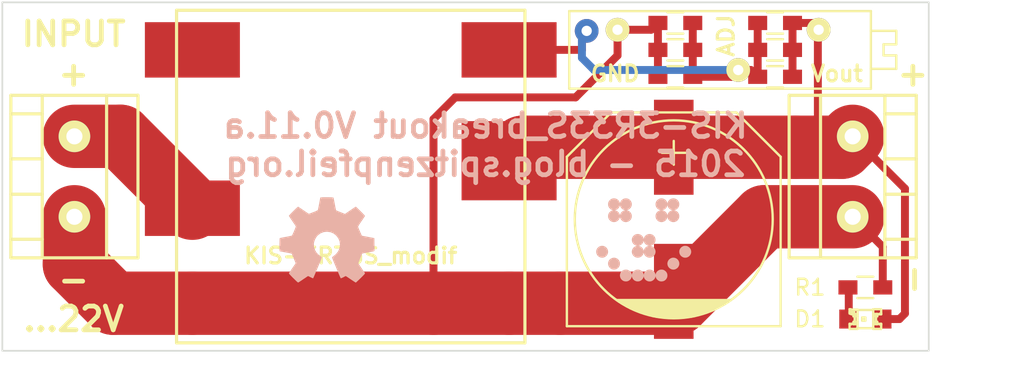
<source format=kicad_pcb>
(kicad_pcb (version 4) (host pcbnew "(2015-04-23 BZR 5622)-product")

  (general
    (links 25)
    (no_connects 0)
    (area 126.607142 87.275 196.5 115.200001)
    (thickness 1.6)
    (drawings 16)
    (tracks 58)
    (zones 0)
    (modules 15)
    (nets 6)
  )

  (page A4)
  (title_block
    (title KIS-3R33S_breakout)
    (date "Sun 03 May 2015")
    (rev 0.11.a)
    (company "2015 - blog.spitzenpfeil.org")
  )

  (layers
    (0 F.Cu signal)
    (31 B.Cu signal)
    (32 B.Adhes user)
    (33 F.Adhes user)
    (34 B.Paste user)
    (35 F.Paste user)
    (36 B.SilkS user)
    (37 F.SilkS user)
    (38 B.Mask user)
    (39 F.Mask user)
    (40 Dwgs.User user)
    (41 Cmts.User user)
    (42 Eco1.User user)
    (43 Eco2.User user)
    (44 Edge.Cuts user)
    (45 Margin user)
    (46 B.CrtYd user)
    (47 F.CrtYd user)
    (48 B.Fab user)
    (49 F.Fab user)
  )

  (setup
    (last_trace_width 0.5)
    (user_trace_width 0.5)
    (trace_clearance 0.2)
    (zone_clearance 0.508)
    (zone_45_only no)
    (trace_min 0.2)
    (segment_width 0.2)
    (edge_width 0.1)
    (via_size 1.5)
    (via_drill 0.65)
    (via_min_size 0.4)
    (via_min_drill 0.3)
    (uvia_size 0.3)
    (uvia_drill 0.1)
    (uvias_allowed no)
    (uvia_min_size 0.2)
    (uvia_min_drill 0.1)
    (pcb_text_width 0.3)
    (pcb_text_size 1.5 1.5)
    (mod_edge_width 0.15)
    (mod_text_size 1 1)
    (mod_text_width 0.15)
    (pad_size 2 2)
    (pad_drill 1.016)
    (pad_to_mask_clearance 0)
    (aux_axis_origin 0 0)
    (visible_elements FFFFF77F)
    (pcbplotparams
      (layerselection 0x010f0_80000001)
      (usegerberextensions true)
      (usegerberattributes true)
      (excludeedgelayer true)
      (linewidth 0.100000)
      (plotframeref false)
      (viasonmask false)
      (mode 1)
      (useauxorigin false)
      (hpglpennumber 1)
      (hpglpenspeed 20)
      (hpglpendiameter 15)
      (hpglpenoverlay 2)
      (psnegative false)
      (psa4output false)
      (plotreference true)
      (plotvalue true)
      (plotinvisibletext false)
      (padsonsilk false)
      (subtractmaskfromsilk true)
      (outputformat 1)
      (mirror false)
      (drillshape 0)
      (scaleselection 1)
      (outputdirectory gerber_files/))
  )

  (net 0 "")
  (net 1 /Vout)
  (net 2 "Net-(D1-Pad1)")
  (net 3 /Vin)
  (net 4 GND)
  (net 5 /ADJ)

  (net_class Default "This is the default net class."
    (clearance 0.2)
    (trace_width 0.5)
    (via_dia 1.5)
    (via_drill 0.65)
    (uvia_dia 0.3)
    (uvia_drill 0.1)
    (add_net /ADJ)
    (add_net "Net-(D1-Pad1)")
  )

  (net_class power ""
    (clearance 0.2)
    (trace_width 4)
    (via_dia 1.5)
    (via_drill 0.65)
    (uvia_dia 0.3)
    (uvia_drill 0.1)
    (add_net /Vin)
    (add_net /Vout)
    (add_net GND)
  )

  (module Resistors_SMD:R_0603_HandSoldering (layer F.Cu) (tedit 5545EBCC) (tstamp 5546262B)
    (at 176.8 93.7 180)
    (descr "Resistor SMD 0603, hand soldering")
    (tags "resistor 0603")
    (path /5545EB02)
    (attr smd)
    (fp_text reference R6 (at 0 -1.9 180) (layer F.SilkS) hide
      (effects (font (size 1 1) (thickness 0.15)))
    )
    (fp_text value R (at 0 1.9 180) (layer F.SilkS) hide
      (effects (font (size 1 1) (thickness 0.15)))
    )
    (fp_line (start -2 -0.8) (end 2 -0.8) (layer F.CrtYd) (width 0.05))
    (fp_line (start -2 0.8) (end 2 0.8) (layer F.CrtYd) (width 0.05))
    (fp_line (start -2 -0.8) (end -2 0.8) (layer F.CrtYd) (width 0.05))
    (fp_line (start 2 -0.8) (end 2 0.8) (layer F.CrtYd) (width 0.05))
    (fp_line (start 0.5 0.675) (end -0.5 0.675) (layer F.SilkS) (width 0.15))
    (fp_line (start -0.5 -0.675) (end 0.5 -0.675) (layer F.SilkS) (width 0.15))
    (pad 1 smd rect (at -1.1 0 180) (size 1.2 0.9) (layers F.Cu F.Paste F.Mask)
      (net 1 /Vout))
    (pad 2 smd rect (at 1.1 0 180) (size 1.2 0.9) (layers F.Cu F.Paste F.Mask)
      (net 5 /ADJ))
    (model Resistors_SMD.3dshapes/R_0603_HandSoldering.wrl
      (at (xyz 0 0 0))
      (scale (xyz 1 1 1))
      (rotate (xyz 0 0 0))
    )
  )

  (module Resistors_SMD:R_0603_HandSoldering (layer F.Cu) (tedit 5545EBC4) (tstamp 55462620)
    (at 176.8 92 180)
    (descr "Resistor SMD 0603, hand soldering")
    (tags "resistor 0603")
    (path /5545EADA)
    (attr smd)
    (fp_text reference R4 (at 0 -1.9 180) (layer F.SilkS) hide
      (effects (font (size 1 1) (thickness 0.15)))
    )
    (fp_text value R (at 0 1.9 180) (layer F.SilkS) hide
      (effects (font (size 1 1) (thickness 0.15)))
    )
    (fp_line (start -2 -0.8) (end 2 -0.8) (layer F.CrtYd) (width 0.05))
    (fp_line (start -2 0.8) (end 2 0.8) (layer F.CrtYd) (width 0.05))
    (fp_line (start -2 -0.8) (end -2 0.8) (layer F.CrtYd) (width 0.05))
    (fp_line (start 2 -0.8) (end 2 0.8) (layer F.CrtYd) (width 0.05))
    (fp_line (start 0.5 0.675) (end -0.5 0.675) (layer F.SilkS) (width 0.15))
    (fp_line (start -0.5 -0.675) (end 0.5 -0.675) (layer F.SilkS) (width 0.15))
    (pad 1 smd rect (at -1.1 0 180) (size 1.2 0.9) (layers F.Cu F.Paste F.Mask)
      (net 1 /Vout))
    (pad 2 smd rect (at 1.1 0 180) (size 1.2 0.9) (layers F.Cu F.Paste F.Mask)
      (net 5 /ADJ))
    (model Resistors_SMD.3dshapes/R_0603_HandSoldering.wrl
      (at (xyz 0 0 0))
      (scale (xyz 1 1 1))
      (rotate (xyz 0 0 0))
    )
  )

  (module Resistors_SMD:R_0603_HandSoldering (layer F.Cu) (tedit 5545EBBD) (tstamp 55462615)
    (at 176.8 90.3 180)
    (descr "Resistor SMD 0603, hand soldering")
    (tags "resistor 0603")
    (path /5545EA77)
    (attr smd)
    (fp_text reference R2 (at 0 -1.9 180) (layer F.SilkS) hide
      (effects (font (size 1 1) (thickness 0.15)))
    )
    (fp_text value R (at 0 1.9 180) (layer F.SilkS) hide
      (effects (font (size 1 1) (thickness 0.15)))
    )
    (fp_line (start -2 -0.8) (end 2 -0.8) (layer F.CrtYd) (width 0.05))
    (fp_line (start -2 0.8) (end 2 0.8) (layer F.CrtYd) (width 0.05))
    (fp_line (start -2 -0.8) (end -2 0.8) (layer F.CrtYd) (width 0.05))
    (fp_line (start 2 -0.8) (end 2 0.8) (layer F.CrtYd) (width 0.05))
    (fp_line (start 0.5 0.675) (end -0.5 0.675) (layer F.SilkS) (width 0.15))
    (fp_line (start -0.5 -0.675) (end 0.5 -0.675) (layer F.SilkS) (width 0.15))
    (pad 1 smd rect (at -1.1 0 180) (size 1.2 0.9) (layers F.Cu F.Paste F.Mask)
      (net 1 /Vout))
    (pad 2 smd rect (at 1.1 0 180) (size 1.2 0.9) (layers F.Cu F.Paste F.Mask)
      (net 5 /ADJ))
    (model Resistors_SMD.3dshapes/R_0603_HandSoldering.wrl
      (at (xyz 0 0 0))
      (scale (xyz 1 1 1))
      (rotate (xyz 0 0 0))
    )
  )

  (module Resistors_SMD:R_0603_HandSoldering (layer F.Cu) (tedit 5545EBB6) (tstamp 5546260A)
    (at 170.5 93.7 180)
    (descr "Resistor SMD 0603, hand soldering")
    (tags "resistor 0603")
    (path /5545EB90)
    (attr smd)
    (fp_text reference R7 (at 0 -1.9 180) (layer F.SilkS) hide
      (effects (font (size 1 1) (thickness 0.15)))
    )
    (fp_text value R (at 0 1.9 180) (layer F.SilkS) hide
      (effects (font (size 1 1) (thickness 0.15)))
    )
    (fp_line (start -2 -0.8) (end 2 -0.8) (layer F.CrtYd) (width 0.05))
    (fp_line (start -2 0.8) (end 2 0.8) (layer F.CrtYd) (width 0.05))
    (fp_line (start -2 -0.8) (end -2 0.8) (layer F.CrtYd) (width 0.05))
    (fp_line (start 2 -0.8) (end 2 0.8) (layer F.CrtYd) (width 0.05))
    (fp_line (start 0.5 0.675) (end -0.5 0.675) (layer F.SilkS) (width 0.15))
    (fp_line (start -0.5 -0.675) (end 0.5 -0.675) (layer F.SilkS) (width 0.15))
    (pad 1 smd rect (at -1.1 0 180) (size 1.2 0.9) (layers F.Cu F.Paste F.Mask)
      (net 5 /ADJ))
    (pad 2 smd rect (at 1.1 0 180) (size 1.2 0.9) (layers F.Cu F.Paste F.Mask)
      (net 4 GND))
    (model Resistors_SMD.3dshapes/R_0603_HandSoldering.wrl
      (at (xyz 0 0 0))
      (scale (xyz 1 1 1))
      (rotate (xyz 0 0 0))
    )
  )

  (module Resistors_SMD:R_0603_HandSoldering (layer F.Cu) (tedit 5545EBAE) (tstamp 554625F4)
    (at 170.5 92 180)
    (descr "Resistor SMD 0603, hand soldering")
    (tags "resistor 0603")
    (path /5545EB5D)
    (attr smd)
    (fp_text reference R5 (at 0 -1.9 180) (layer F.SilkS) hide
      (effects (font (size 1 1) (thickness 0.15)))
    )
    (fp_text value R (at 0 1.9 180) (layer F.SilkS) hide
      (effects (font (size 1 1) (thickness 0.15)))
    )
    (fp_line (start -2 -0.8) (end 2 -0.8) (layer F.CrtYd) (width 0.05))
    (fp_line (start -2 0.8) (end 2 0.8) (layer F.CrtYd) (width 0.05))
    (fp_line (start -2 -0.8) (end -2 0.8) (layer F.CrtYd) (width 0.05))
    (fp_line (start 2 -0.8) (end 2 0.8) (layer F.CrtYd) (width 0.05))
    (fp_line (start 0.5 0.675) (end -0.5 0.675) (layer F.SilkS) (width 0.15))
    (fp_line (start -0.5 -0.675) (end 0.5 -0.675) (layer F.SilkS) (width 0.15))
    (pad 1 smd rect (at -1.1 0 180) (size 1.2 0.9) (layers F.Cu F.Paste F.Mask)
      (net 5 /ADJ))
    (pad 2 smd rect (at 1.1 0 180) (size 1.2 0.9) (layers F.Cu F.Paste F.Mask)
      (net 4 GND))
    (model Resistors_SMD.3dshapes/R_0603_HandSoldering.wrl
      (at (xyz 0 0 0))
      (scale (xyz 1 1 1))
      (rotate (xyz 0 0 0))
    )
  )

  (module my_parts:MADW__SCREW_TERMINAL_2pin (layer F.Cu) (tedit 554550D3) (tstamp 554518F6)
    (at 181.7 100)
    (path /554518EC)
    (fp_text reference P2 (at 0.01 -6.23) (layer F.SilkS) hide
      (effects (font (size 1 1) (thickness 0.2)))
    )
    (fp_text value "Screw terminal" (at 0 6.71) (layer F.SilkS) hide
      (effects (font (size 1 1) (thickness 0.2)))
    )
    (fp_line (start 2.032 3.9624) (end 4.0132 3.9624) (layer F.SilkS) (width 0.2))
    (fp_line (start 2.032 1.1176) (end 4.0132 1.1176) (layer F.SilkS) (width 0.2))
    (fp_line (start 2.032 -1.1176) (end 4.0132 -1.1176) (layer F.SilkS) (width 0.2))
    (fp_line (start 2.032 -3.9624) (end 4.0132 -3.9624) (layer F.SilkS) (width 0.2))
    (fp_line (start 2.032 5.1308) (end 2.032 -5.1308) (layer F.SilkS) (width 0.2))
    (fp_line (start -2.032 -5.1308) (end -2.032 5.1308) (layer F.SilkS) (width 0.2))
    (fp_line (start 4.0132 5.1308) (end -4.0132 5.1308) (layer F.SilkS) (width 0.2))
    (fp_line (start -4.0132 5.1308) (end -4.0132 -5.1308) (layer F.SilkS) (width 0.2))
    (fp_line (start -4.0132 -5.1308) (end 4.0132 -5.1308) (layer F.SilkS) (width 0.2))
    (fp_line (start 4.0132 -5.1308) (end 4.0132 5.1308) (layer F.SilkS) (width 0.2))
    (pad 1 thru_hole circle (at 0 -2.54) (size 2 2) (drill 1.016) (layers *.Cu *.Mask F.SilkS)
      (net 1 /Vout))
    (pad 2 thru_hole circle (at 0 2.54) (size 2 2) (drill 1.016) (layers *.Cu *.Mask F.SilkS)
      (net 4 GND))
  )

  (module my_parts:MADW__SCREW_TERMINAL_2pin (layer F.Cu) (tedit 554550C2) (tstamp 554518F0)
    (at 132.55 100 180)
    (path /55451713)
    (fp_text reference P1 (at 0.01 -6.23 180) (layer F.SilkS) hide
      (effects (font (size 1 1) (thickness 0.2)))
    )
    (fp_text value "Screw terminal" (at 0 6.71 180) (layer F.SilkS) hide
      (effects (font (size 1 1) (thickness 0.2)))
    )
    (fp_line (start 2.032 3.9624) (end 4.0132 3.9624) (layer F.SilkS) (width 0.2))
    (fp_line (start 2.032 1.1176) (end 4.0132 1.1176) (layer F.SilkS) (width 0.2))
    (fp_line (start 2.032 -1.1176) (end 4.0132 -1.1176) (layer F.SilkS) (width 0.2))
    (fp_line (start 2.032 -3.9624) (end 4.0132 -3.9624) (layer F.SilkS) (width 0.2))
    (fp_line (start 2.032 5.1308) (end 2.032 -5.1308) (layer F.SilkS) (width 0.2))
    (fp_line (start -2.032 -5.1308) (end -2.032 5.1308) (layer F.SilkS) (width 0.2))
    (fp_line (start 4.0132 5.1308) (end -4.0132 5.1308) (layer F.SilkS) (width 0.2))
    (fp_line (start -4.0132 5.1308) (end -4.0132 -5.1308) (layer F.SilkS) (width 0.2))
    (fp_line (start -4.0132 -5.1308) (end 4.0132 -5.1308) (layer F.SilkS) (width 0.2))
    (fp_line (start 4.0132 -5.1308) (end 4.0132 5.1308) (layer F.SilkS) (width 0.2))
    (pad 1 thru_hole circle (at 0 -2.54 180) (size 2 2) (drill 1.016) (layers *.Cu *.Mask F.SilkS)
      (net 4 GND))
    (pad 2 thru_hole circle (at 0 2.54 180) (size 2 2) (drill 1.016) (layers *.Cu *.Mask F.SilkS)
      (net 3 /Vin))
  )

  (module DC-DC-modules:KIS-3R33S (layer F.Cu) (tedit 55454C54) (tstamp 5544F25B)
    (at 150 100)
    (descr ./Docs/KIS-3R33S.pdf)
    (tags "DC-DC, buck, KIS-3R33S")
    (path /5544F1EE)
    (fp_text reference U1 (at 0.05 11.6) (layer F.SilkS) hide
      (effects (font (size 1 1) (thickness 0.2)))
    )
    (fp_text value KIS-3R33S_modif (at 0 5 180) (layer F.SilkS)
      (effects (font (size 1 1) (thickness 0.2)))
    )
    (fp_line (start -11 10.5) (end -11 -10.5) (layer F.SilkS) (width 0.2))
    (fp_line (start 11 10.5) (end -11 10.5) (layer F.SilkS) (width 0.2))
    (fp_line (start 11 -10.5) (end 11 10.5) (layer F.SilkS) (width 0.2))
    (fp_line (start -11 -10.5) (end 11 -10.5) (layer F.SilkS) (width 0.2))
    (fp_line (start -11.25 10.75) (end -11.25 -10.75) (layer F.CrtYd) (width 0.05))
    (fp_line (start 11.25 10.75) (end -11.25 10.75) (layer F.CrtYd) (width 0.05))
    (fp_line (start 11.25 -10.75) (end 11.25 10.75) (layer F.CrtYd) (width 0.05))
    (fp_line (start -11.25 -10.75) (end 11.25 -10.75) (layer F.CrtYd) (width 0.05))
    (pad 1 smd rect (at -10 -8) (size 6 3.5) (layers F.Cu F.Paste F.Mask))
    (pad 2 smd rect (at -10 2) (size 6 3.5) (layers F.Cu F.Paste F.Mask)
      (net 3 /Vin))
    (pad 3 smd rect (at -10 8) (size 6 3.5) (layers F.Cu F.Paste F.Mask)
      (net 4 GND))
    (pad 4 smd rect (at 10 8) (size 6 3.5) (layers F.Cu F.Paste F.Mask)
      (net 4 GND))
    (pad 5 smd rect (at 10 -1) (size 6 5) (layers F.Cu F.Paste F.Mask)
      (net 1 /Vout))
    (pad 6 smd rect (at 10 -8) (size 6 3.5) (layers F.Cu F.Paste F.Mask)
      (net 5 /ADJ))
  )

  (module LEDs:LED-0805 (layer F.Cu) (tedit 55454B5A) (tstamp 554518EA)
    (at 182.5 109)
    (descr "LED 0805 smd package")
    (tags "LED 0805 SMD")
    (path /554523C1)
    (attr smd)
    (fp_text reference D1 (at -3.5 0) (layer F.SilkS)
      (effects (font (size 1 1) (thickness 0.15)))
    )
    (fp_text value LED (at 0 1.27) (layer F.SilkS) hide
      (effects (font (size 1 1) (thickness 0.15)))
    )
    (fp_line (start -0.49784 0.29972) (end -0.49784 0.62484) (layer F.SilkS) (width 0.15))
    (fp_line (start -0.49784 0.62484) (end -0.99822 0.62484) (layer F.SilkS) (width 0.15))
    (fp_line (start -0.99822 0.29972) (end -0.99822 0.62484) (layer F.SilkS) (width 0.15))
    (fp_line (start -0.49784 0.29972) (end -0.99822 0.29972) (layer F.SilkS) (width 0.15))
    (fp_line (start -0.49784 -0.32258) (end -0.49784 -0.17272) (layer F.SilkS) (width 0.15))
    (fp_line (start -0.49784 -0.17272) (end -0.7493 -0.17272) (layer F.SilkS) (width 0.15))
    (fp_line (start -0.7493 -0.32258) (end -0.7493 -0.17272) (layer F.SilkS) (width 0.15))
    (fp_line (start -0.49784 -0.32258) (end -0.7493 -0.32258) (layer F.SilkS) (width 0.15))
    (fp_line (start -0.49784 0.17272) (end -0.49784 0.32258) (layer F.SilkS) (width 0.15))
    (fp_line (start -0.49784 0.32258) (end -0.7493 0.32258) (layer F.SilkS) (width 0.15))
    (fp_line (start -0.7493 0.17272) (end -0.7493 0.32258) (layer F.SilkS) (width 0.15))
    (fp_line (start -0.49784 0.17272) (end -0.7493 0.17272) (layer F.SilkS) (width 0.15))
    (fp_line (start -0.49784 -0.19812) (end -0.49784 0.19812) (layer F.SilkS) (width 0.15))
    (fp_line (start -0.49784 0.19812) (end -0.6731 0.19812) (layer F.SilkS) (width 0.15))
    (fp_line (start -0.6731 -0.19812) (end -0.6731 0.19812) (layer F.SilkS) (width 0.15))
    (fp_line (start -0.49784 -0.19812) (end -0.6731 -0.19812) (layer F.SilkS) (width 0.15))
    (fp_line (start 0.99822 0.29972) (end 0.99822 0.62484) (layer F.SilkS) (width 0.15))
    (fp_line (start 0.99822 0.62484) (end 0.49784 0.62484) (layer F.SilkS) (width 0.15))
    (fp_line (start 0.49784 0.29972) (end 0.49784 0.62484) (layer F.SilkS) (width 0.15))
    (fp_line (start 0.99822 0.29972) (end 0.49784 0.29972) (layer F.SilkS) (width 0.15))
    (fp_line (start 0.99822 -0.62484) (end 0.99822 -0.29972) (layer F.SilkS) (width 0.15))
    (fp_line (start 0.99822 -0.29972) (end 0.49784 -0.29972) (layer F.SilkS) (width 0.15))
    (fp_line (start 0.49784 -0.62484) (end 0.49784 -0.29972) (layer F.SilkS) (width 0.15))
    (fp_line (start 0.99822 -0.62484) (end 0.49784 -0.62484) (layer F.SilkS) (width 0.15))
    (fp_line (start 0.7493 0.17272) (end 0.7493 0.32258) (layer F.SilkS) (width 0.15))
    (fp_line (start 0.7493 0.32258) (end 0.49784 0.32258) (layer F.SilkS) (width 0.15))
    (fp_line (start 0.49784 0.17272) (end 0.49784 0.32258) (layer F.SilkS) (width 0.15))
    (fp_line (start 0.7493 0.17272) (end 0.49784 0.17272) (layer F.SilkS) (width 0.15))
    (fp_line (start 0.7493 -0.32258) (end 0.7493 -0.17272) (layer F.SilkS) (width 0.15))
    (fp_line (start 0.7493 -0.17272) (end 0.49784 -0.17272) (layer F.SilkS) (width 0.15))
    (fp_line (start 0.49784 -0.32258) (end 0.49784 -0.17272) (layer F.SilkS) (width 0.15))
    (fp_line (start 0.7493 -0.32258) (end 0.49784 -0.32258) (layer F.SilkS) (width 0.15))
    (fp_line (start 0.6731 -0.19812) (end 0.6731 0.19812) (layer F.SilkS) (width 0.15))
    (fp_line (start 0.6731 0.19812) (end 0.49784 0.19812) (layer F.SilkS) (width 0.15))
    (fp_line (start 0.49784 -0.19812) (end 0.49784 0.19812) (layer F.SilkS) (width 0.15))
    (fp_line (start 0.6731 -0.19812) (end 0.49784 -0.19812) (layer F.SilkS) (width 0.15))
    (fp_line (start 0 -0.09906) (end 0 0.09906) (layer F.SilkS) (width 0.15))
    (fp_line (start 0 0.09906) (end -0.19812 0.09906) (layer F.SilkS) (width 0.15))
    (fp_line (start -0.19812 -0.09906) (end -0.19812 0.09906) (layer F.SilkS) (width 0.15))
    (fp_line (start 0 -0.09906) (end -0.19812 -0.09906) (layer F.SilkS) (width 0.15))
    (fp_line (start -0.49784 -0.59944) (end -0.49784 -0.29972) (layer F.SilkS) (width 0.15))
    (fp_line (start -0.49784 -0.29972) (end -0.79756 -0.29972) (layer F.SilkS) (width 0.15))
    (fp_line (start -0.79756 -0.59944) (end -0.79756 -0.29972) (layer F.SilkS) (width 0.15))
    (fp_line (start -0.49784 -0.59944) (end -0.79756 -0.59944) (layer F.SilkS) (width 0.15))
    (fp_line (start -0.92456 -0.62484) (end -0.92456 -0.39878) (layer F.SilkS) (width 0.15))
    (fp_line (start -0.92456 -0.39878) (end -0.99822 -0.39878) (layer F.SilkS) (width 0.15))
    (fp_line (start -0.99822 -0.62484) (end -0.99822 -0.39878) (layer F.SilkS) (width 0.15))
    (fp_line (start -0.92456 -0.62484) (end -0.99822 -0.62484) (layer F.SilkS) (width 0.15))
    (fp_line (start -0.52324 0.57404) (end 0.52324 0.57404) (layer F.SilkS) (width 0.15))
    (fp_line (start 0.49784 -0.57404) (end -0.92456 -0.57404) (layer F.SilkS) (width 0.15))
    (fp_circle (center -0.84836 -0.44958) (end -0.89916 -0.50038) (layer F.SilkS) (width 0.15))
    (fp_arc (start -0.99822 0) (end -0.99822 0.34798) (angle -180) (layer F.SilkS) (width 0.15))
    (fp_arc (start 0.99822 0) (end 0.99822 -0.34798) (angle -180) (layer F.SilkS) (width 0.15))
    (pad 2 smd rect (at 1.04902 0 180) (size 1.19888 1.19888) (layers F.Cu F.Paste F.Mask)
      (net 1 /Vout))
    (pad 1 smd rect (at -1.04902 0 180) (size 1.19888 1.19888) (layers F.Cu F.Paste F.Mask)
      (net 2 "Net-(D1-Pad1)"))
  )

  (module Resistors_SMD:R_0603_HandSoldering (layer F.Cu) (tedit 55454B89) (tstamp 554518FC)
    (at 182.5 107)
    (descr "Resistor SMD 0603, hand soldering")
    (tags "resistor 0603")
    (path /55452440)
    (attr smd)
    (fp_text reference R1 (at -3.5 0) (layer F.SilkS)
      (effects (font (size 1 1) (thickness 0.15)))
    )
    (fp_text value 4K7 (at 0 1.9) (layer F.SilkS) hide
      (effects (font (size 1 1) (thickness 0.15)))
    )
    (fp_line (start -2 -0.8) (end 2 -0.8) (layer F.CrtYd) (width 0.05))
    (fp_line (start -2 0.8) (end 2 0.8) (layer F.CrtYd) (width 0.05))
    (fp_line (start -2 -0.8) (end -2 0.8) (layer F.CrtYd) (width 0.05))
    (fp_line (start 2 -0.8) (end 2 0.8) (layer F.CrtYd) (width 0.05))
    (fp_line (start 0.5 0.675) (end -0.5 0.675) (layer F.SilkS) (width 0.15))
    (fp_line (start -0.5 -0.675) (end 0.5 -0.675) (layer F.SilkS) (width 0.15))
    (pad 1 smd rect (at -1.1 0) (size 1.2 0.9) (layers F.Cu F.Paste F.Mask)
      (net 2 "Net-(D1-Pad1)"))
    (pad 2 smd rect (at 1.1 0) (size 1.2 0.9) (layers F.Cu F.Paste F.Mask)
      (net 4 GND))
    (model Resistors_SMD.3dshapes/R_0603_HandSoldering.wrl
      (at (xyz 0 0 0))
      (scale (xyz 1 1 1))
      (rotate (xyz 0 0 0))
    )
  )

  (module Capacitors_SMD:c_elec_SMD_12.5x13.5 (layer F.Cu) (tedit 55453E12) (tstamp 55453D51)
    (at 170.4 102.7 90)
    (descr "SMT capacitor, aluminium electrolytic, 12.5x13.5")
    (path /554514B5)
    (fp_text reference C1 (at 8.6 -0.05 180) (layer F.SilkS) hide
      (effects (font (size 1 1) (thickness 0.15)))
    )
    (fp_text value "1mF, 25V" (at 0 8 90) (layer F.Fab) hide
      (effects (font (size 1 1) (thickness 0.15)))
    )
    (fp_line (start 3.95 -6.75) (end 6.75 -3.95) (layer F.SilkS) (width 0.15))
    (fp_line (start 6.75 3.95) (end 3.95 6.75) (layer F.SilkS) (width 0.15))
    (fp_line (start -6.15 1.1) (end -6.15 -1.1) (layer F.SilkS) (width 0.15))
    (fp_line (start -6.1 1.35) (end -6.1 -1.35) (layer F.SilkS) (width 0.15))
    (fp_line (start -6 -1.7) (end -6 1.7) (layer F.SilkS) (width 0.15))
    (fp_line (start -5.9 2.05) (end -5.9 -2.05) (layer F.SilkS) (width 0.15))
    (fp_line (start -5.8 -2.3) (end -5.8 2.3) (layer F.SilkS) (width 0.15))
    (fp_line (start -5.7 2.55) (end -5.7 -2.55) (layer F.SilkS) (width 0.15))
    (fp_line (start -5.6 2.75) (end -5.6 -2.75) (layer F.SilkS) (width 0.15))
    (fp_line (start -5.5 -2.95) (end -5.5 2.95) (layer F.SilkS) (width 0.15))
    (fp_line (start -5.4 3.1) (end -5.4 -3.1) (layer F.SilkS) (width 0.15))
    (fp_line (start -5.3 -3.3) (end -5.3 3.3) (layer F.SilkS) (width 0.15))
    (fp_line (start -5.2 -3.45) (end -5.2 3.45) (layer F.SilkS) (width 0.15))
    (fp_line (start -5.1 -3.6) (end -5.1 3.6) (layer F.SilkS) (width 0.15))
    (fp_line (start -2.2 -0.45) (end -6.9 -0.45) (layer Dwgs.User) (width 0.15))
    (fp_line (start -2.2 0.45) (end -2.2 -0.45) (layer Dwgs.User) (width 0.15))
    (fp_line (start -6.9 0.45) (end -2.2 0.45) (layer Dwgs.User) (width 0.15))
    (fp_line (start -6.9 -0.45) (end -6.9 0.45) (layer Dwgs.User) (width 0.15))
    (fp_line (start 2.2 0.45) (end 2.2 -0.45) (layer Dwgs.User) (width 0.15))
    (fp_line (start 6.9 0.45) (end 2.2 0.45) (layer Dwgs.User) (width 0.15))
    (fp_line (start 6.9 -0.45) (end 6.9 0.45) (layer Dwgs.User) (width 0.15))
    (fp_line (start 2.2 -0.45) (end 6.9 -0.45) (layer Dwgs.User) (width 0.15))
    (fp_line (start -6.75 6.75) (end -6.75 -6.75) (layer F.SilkS) (width 0.15))
    (fp_line (start 3.95 6.75) (end -6.75 6.75) (layer F.SilkS) (width 0.15))
    (fp_line (start 6.75 -3.95) (end 6.75 3.95) (layer F.SilkS) (width 0.15))
    (fp_line (start -6.75 -6.75) (end 3.95 -6.75) (layer F.SilkS) (width 0.15))
    (fp_circle (center 0 0) (end 6.25 0) (layer F.SilkS) (width 0.15))
    (fp_line (start 4.95 0) (end 3.45 0) (layer F.SilkS) (width 0.15))
    (fp_line (start 4.2 -0.75) (end 4.2 0.75) (layer F.SilkS) (width 0.15))
    (pad 1 smd rect (at 4.55 0 90) (size 6 2.5) (layers F.Cu F.Paste F.Mask)
      (net 1 /Vout))
    (pad 2 smd rect (at -4.55 0 90) (size 6 2.5) (layers F.Cu F.Paste F.Mask)
      (net 4 GND))
  )

  (module Potentiometers:trimmer-pot_side-adjust_TSR-3006P_TH (layer F.Cu) (tedit 55454A9A) (tstamp 5545EA86)
    (at 173.2 92)
    (tags "potentiometer, trimmer, side-adjust, 20-turn, TSR-3006P, TH")
    (path /5545158E)
    (fp_text reference RV1 (at 0 4) (layer F.SilkS) hide
      (effects (font (size 1 1) (thickness 0.15)))
    )
    (fp_text value 100k (at 0 -3.55) (layer F.SilkS) hide
      (effects (font (size 1 1) (thickness 0.15)))
    )
    (fp_line (start 11.25 0.35) (end 11.25 1.2) (layer F.SilkS) (width 0.15))
    (fp_line (start 11.25 -0.35) (end 11.25 -1.2) (layer F.SilkS) (width 0.15))
    (fp_line (start 10.45 0.35) (end 11.25 0.35) (layer F.SilkS) (width 0.15))
    (fp_line (start 10.45 -0.35) (end 10.45 0.35) (layer F.SilkS) (width 0.15))
    (fp_line (start 11.25 -0.35) (end 10.45 -0.35) (layer F.SilkS) (width 0.15))
    (fp_line (start 11.25 1.2) (end 9.65 1.2) (layer F.SilkS) (width 0.15))
    (fp_line (start 9.65 -1.2) (end 11.25 -1.2) (layer F.SilkS) (width 0.15))
    (fp_line (start -9.4 2.45) (end 9.65 2.45) (layer F.SilkS) (width 0.15))
    (fp_line (start -9.4 -2.45) (end -9.4 2.45) (layer F.SilkS) (width 0.15))
    (fp_line (start 9.65 -2.45) (end -9.4 -2.45) (layer F.SilkS) (width 0.15))
    (fp_line (start 9.65 -2.45) (end 9.65 2.45) (layer F.SilkS) (width 0.15))
    (pad 1 thru_hole circle (at -6.35 -1.27) (size 1.5 1.5) (drill 0.65) (layers *.Cu *.Mask F.SilkS)
      (net 4 GND))
    (pad 2 thru_hole circle (at 1.27 1.27) (size 1.5 1.5) (drill 0.65) (layers *.Cu *.Mask F.SilkS)
      (net 5 /ADJ))
    (pad 3 thru_hole circle (at 6.35 -1.27) (size 1.5 1.5) (drill 0.65) (layers *.Cu *.Mask F.SilkS)
      (net 1 /Vout))
  )

  (module led-smile:LED_smile_silkscreen_6mm (layer B.Cu) (tedit 5545EBDB) (tstamp 55455798)
    (at 168.5 104 180)
    (fp_text reference LOGO1 (at 0 -3.45694 180) (layer B.SilkS) hide
      (effects (font (size 0.127 0.127) (thickness 0.01524)) (justify mirror))
    )
    (fp_text value LED_smile_silkscreen_6mm (at 0 3.45694 180) (layer B.SilkS) hide
      (effects (font (size 0.0762 0.0762) (thickness 0.01524)) (justify mirror))
    )
    (fp_poly (pts (xy 1.13284 -2.62382) (xy 1.20904 -2.61366) (xy 1.27762 -2.5908) (xy 1.3081 -2.57556)
      (xy 1.3716 -2.52984) (xy 1.4224 -2.4765) (xy 1.4605 -2.413) (xy 1.4859 -2.34442)
      (xy 1.4986 -2.27076) (xy 1.49606 -2.1971) (xy 1.47828 -2.12344) (xy 1.44526 -2.05232)
      (xy 1.4224 -2.02184) (xy 1.39192 -1.98882) (xy 1.35636 -1.9558) (xy 1.32588 -1.93294)
      (xy 1.31572 -1.92532) (xy 1.24968 -1.89484) (xy 1.18364 -1.8796) (xy 1.10744 -1.87706)
      (xy 1.08204 -1.87706) (xy 1.0414 -1.88214) (xy 1.00584 -1.8923) (xy 0.9652 -1.91008)
      (xy 0.92202 -1.93294) (xy 0.86106 -1.9812) (xy 0.8128 -2.04216) (xy 0.7747 -2.11074)
      (xy 0.76454 -2.14122) (xy 0.75438 -2.17932) (xy 0.7493 -2.20726) (xy 0.7493 -2.21234)
      (xy 0.7493 -2.21234) (xy 0.74676 -2.1971) (xy 0.74676 -2.19456) (xy 0.73406 -2.1463)
      (xy 0.71628 -2.09804) (xy 0.69342 -2.05486) (xy 0.65278 -1.99898) (xy 0.59436 -1.94564)
      (xy 0.52832 -1.90754) (xy 0.45466 -1.88214) (xy 0.37592 -1.87452) (xy 0.3556 -1.87452)
      (xy 0.29718 -1.88214) (xy 0.23876 -1.89738) (xy 0.2286 -1.90246) (xy 0.1651 -1.93802)
      (xy 0.10922 -1.98374) (xy 0.06096 -2.04216) (xy 0.02794 -2.10312) (xy 0.00762 -2.1717)
      (xy 0.00508 -2.17424) (xy 0.00254 -2.19202) (xy 0 -2.19964) (xy 0 -2.19964)
      (xy -0.00254 -2.18948) (xy -0.00762 -2.1717) (xy -0.00762 -2.16408) (xy -0.03048 -2.09804)
      (xy -0.06604 -2.03454) (xy -0.1143 -1.97866) (xy -0.16002 -1.94056) (xy -0.22352 -1.905)
      (xy -0.29718 -1.88214) (xy -0.37592 -1.87452) (xy -0.4318 -1.8796) (xy -0.50546 -1.89738)
      (xy -0.57404 -1.93294) (xy -0.635 -1.97866) (xy -0.68326 -2.03962) (xy -0.69088 -2.04724)
      (xy -0.70612 -2.07518) (xy -0.71882 -2.09804) (xy -0.7239 -2.11582) (xy -0.7366 -2.14884)
      (xy -0.74422 -2.18186) (xy -0.74676 -2.20726) (xy -0.74676 -2.21234) (xy -0.7493 -2.21234)
      (xy -0.75184 -2.19456) (xy -0.75946 -2.15392) (xy -0.77978 -2.10312) (xy -0.8001 -2.0574)
      (xy -0.84582 -1.99644) (xy -0.90424 -1.94564) (xy -0.97028 -1.90754) (xy -1.04394 -1.88214)
      (xy -1.12014 -1.87452) (xy -1.19126 -1.8796) (xy -1.26492 -1.89992) (xy -1.33096 -1.93802)
      (xy -1.39192 -1.98882) (xy -1.4224 -2.02184) (xy -1.45034 -2.06248) (xy -1.4732 -2.11074)
      (xy -1.4859 -2.14884) (xy -1.4986 -2.22504) (xy -1.49606 -2.2987) (xy -1.48082 -2.36728)
      (xy -1.45034 -2.43332) (xy -1.4097 -2.49174) (xy -1.3589 -2.54254) (xy -1.29794 -2.58318)
      (xy -1.22936 -2.60858) (xy -1.15316 -2.62128) (xy -1.14554 -2.62382) (xy -1.06934 -2.62128)
      (xy -0.99822 -2.6035) (xy -0.92964 -2.57048) (xy -0.90424 -2.5527) (xy -0.85598 -2.50952)
      (xy -0.81026 -2.45618) (xy -0.77978 -2.4003) (xy -0.77216 -2.37998) (xy -0.762 -2.34696)
      (xy -0.75438 -2.31394) (xy -0.7493 -2.28854) (xy -0.7493 -2.2733) (xy -0.74676 -2.28854)
      (xy -0.74676 -2.30124) (xy -0.73914 -2.33426) (xy -0.72898 -2.37236) (xy -0.71628 -2.40284)
      (xy -0.6985 -2.4384) (xy -0.65278 -2.49936) (xy -0.59436 -2.55016) (xy -0.52832 -2.5908)
      (xy -0.45466 -2.6162) (xy -0.44196 -2.61874) (xy -0.39116 -2.62382) (xy -0.33528 -2.62128)
      (xy -0.28702 -2.61366) (xy -0.23622 -2.59842) (xy -0.16764 -2.56286) (xy -0.10414 -2.51206)
      (xy -0.1016 -2.50698) (xy -0.05842 -2.45364) (xy -0.0254 -2.39014) (xy -0.00762 -2.32664)
      (xy -0.00508 -2.3241) (xy -0.00254 -2.30632) (xy 0 -2.2987) (xy 0.00254 -2.30378)
      (xy 0.00508 -2.31902) (xy 0.00508 -2.3241) (xy 0.01524 -2.3622) (xy 0.03302 -2.40538)
      (xy 0.05588 -2.44602) (xy 0.0889 -2.49174) (xy 0.14478 -2.54508) (xy 0.21082 -2.58572)
      (xy 0.28448 -2.61366) (xy 0.29718 -2.6162) (xy 0.34798 -2.62128) (xy 0.40386 -2.62128)
      (xy 0.45212 -2.6162) (xy 0.49276 -2.6035) (xy 0.56388 -2.57302) (xy 0.62484 -2.5273)
      (xy 0.67818 -2.46888) (xy 0.71628 -2.40284) (xy 0.7239 -2.38252) (xy 0.7366 -2.34696)
      (xy 0.74422 -2.31394) (xy 0.74676 -2.28854) (xy 0.74676 -2.286) (xy 0.7493 -2.286)
      (xy 0.75184 -2.30124) (xy 0.75184 -2.30378) (xy 0.762 -2.3495) (xy 0.78232 -2.4003)
      (xy 0.80264 -2.44348) (xy 0.8128 -2.45872) (xy 0.86106 -2.51714) (xy 0.92202 -2.56286)
      (xy 0.98552 -2.59842) (xy 1.05664 -2.61874) (xy 1.13284 -2.62382)) (layer B.SilkS) (width 0.00254))
    (fp_poly (pts (xy -1.89738 -1.87452) (xy -1.85166 -1.87198) (xy -1.80848 -1.86944) (xy -1.75768 -1.85674)
      (xy -1.6891 -1.82372) (xy -1.6256 -1.78054) (xy -1.5748 -1.72466) (xy -1.53416 -1.65862)
      (xy -1.50876 -1.5875) (xy -1.4986 -1.5113) (xy -1.50368 -1.4351) (xy -1.524 -1.36398)
      (xy -1.55702 -1.29794) (xy -1.60528 -1.23698) (xy -1.66624 -1.18618) (xy -1.68402 -1.17602)
      (xy -1.75768 -1.143) (xy -1.83134 -1.12522) (xy -1.91008 -1.12522) (xy -1.98628 -1.14046)
      (xy -2.04724 -1.16586) (xy -2.11328 -1.20904) (xy -2.16662 -1.26492) (xy -2.2098 -1.33096)
      (xy -2.23774 -1.40716) (xy -2.24536 -1.44526) (xy -2.2479 -1.49352) (xy -2.2479 -1.54178)
      (xy -2.24028 -1.58242) (xy -2.23774 -1.59512) (xy -2.20726 -1.67132) (xy -2.16408 -1.73736)
      (xy -2.10566 -1.79324) (xy -2.03708 -1.83642) (xy -2.0066 -1.84912) (xy -1.96342 -1.86436)
      (xy -1.92278 -1.87198) (xy -1.89738 -1.87452)) (layer B.SilkS) (width 0.00254))
    (fp_poly (pts (xy 1.88214 -1.87452) (xy 1.95834 -1.86436) (xy 2.03454 -1.83896) (xy 2.10312 -1.79578)
      (xy 2.11836 -1.78308) (xy 2.16916 -1.72974) (xy 2.2098 -1.6637) (xy 2.23774 -1.59004)
      (xy 2.24536 -1.55194) (xy 2.2479 -1.50368) (xy 2.2479 -1.45542) (xy 2.24028 -1.41732)
      (xy 2.2352 -1.39954) (xy 2.20726 -1.32334) (xy 2.16408 -1.25984) (xy 2.1082 -1.2065)
      (xy 2.0447 -1.16586) (xy 1.97358 -1.13792) (xy 1.89484 -1.12522) (xy 1.8669 -1.12268)
      (xy 1.7907 -1.13284) (xy 1.71958 -1.1557) (xy 1.65608 -1.1938) (xy 1.6002 -1.24206)
      (xy 1.55702 -1.30048) (xy 1.524 -1.36652) (xy 1.50368 -1.43764) (xy 1.50114 -1.51638)
      (xy 1.50368 -1.5621) (xy 1.51384 -1.60274) (xy 1.52908 -1.64592) (xy 1.55956 -1.70434)
      (xy 1.60782 -1.76276) (xy 1.66624 -1.81102) (xy 1.73228 -1.84658) (xy 1.80594 -1.8669)
      (xy 1.88214 -1.87452)) (layer B.SilkS) (width 0.00254))
    (fp_poly (pts (xy -2.64414 -1.12268) (xy -2.5908 -1.12268) (xy -2.54508 -1.11506) (xy -2.49174 -1.09982)
      (xy -2.42316 -1.06426) (xy -2.35966 -1.01346) (xy -2.31902 -0.96774) (xy -2.28092 -0.9017)
      (xy -2.25806 -0.82804) (xy -2.25298 -0.8001) (xy -2.25044 -0.75438) (xy -2.25044 -0.70866)
      (xy -2.25552 -0.67056) (xy -2.26314 -0.6477) (xy -2.29108 -0.57404) (xy -2.33426 -0.51054)
      (xy -2.39014 -0.45466) (xy -2.45872 -0.41402) (xy -2.48412 -0.40132) (xy -2.53238 -0.38354)
      (xy -2.58064 -0.37592) (xy -2.63652 -0.37592) (xy -2.67208 -0.37846) (xy -2.71272 -0.38354)
      (xy -2.75082 -0.3937) (xy -2.79146 -0.41402) (xy -2.81432 -0.42672) (xy -2.87782 -0.47244)
      (xy -2.92862 -0.53086) (xy -2.96926 -0.59944) (xy -2.99212 -0.67564) (xy -2.99466 -0.69342)
      (xy -2.99974 -0.7366) (xy -2.9972 -0.78232) (xy -2.99212 -0.82296) (xy -2.98704 -0.84836)
      (xy -2.95656 -0.92202) (xy -2.91338 -0.98806) (xy -2.86004 -1.0414) (xy -2.79146 -1.08458)
      (xy -2.7178 -1.11252) (xy -2.69494 -1.1176) (xy -2.64414 -1.12268)) (layer B.SilkS) (width 0.00254))
    (fp_poly (pts (xy 0.36576 -1.12268) (xy 0.43942 -1.1176) (xy 0.51054 -1.09728) (xy 0.55372 -1.0795)
      (xy 0.61722 -1.03378) (xy 0.67056 -0.9779) (xy 0.7112 -0.91186) (xy 0.7366 -0.84074)
      (xy 0.74168 -0.82296) (xy 0.7493 -0.76454) (xy 0.74676 -0.70612) (xy 0.73152 -0.64008)
      (xy 0.70104 -0.56642) (xy 0.65786 -0.50292) (xy 0.60198 -0.45212) (xy 0.53594 -0.41148)
      (xy 0.45974 -0.38354) (xy 0.41148 -0.37084) (xy 0.43688 -0.3683) (xy 0.44196 -0.3683)
      (xy 0.4953 -0.35306) (xy 0.55118 -0.32766) (xy 0.60452 -0.29464) (xy 0.61214 -0.28702)
      (xy 0.66548 -0.23368) (xy 0.70866 -0.17018) (xy 0.73406 -0.09906) (xy 0.74676 -0.02794)
      (xy 0.74676 0.04572) (xy 0.72898 0.11938) (xy 0.69596 0.1905) (xy 0.69596 0.19304)
      (xy 0.6477 0.254) (xy 0.59182 0.3048) (xy 0.52832 0.34036) (xy 0.45974 0.36322)
      (xy 0.38862 0.37338) (xy 0.31496 0.3683) (xy 0.24384 0.35052) (xy 0.1778 0.3175)
      (xy 0.1143 0.27178) (xy 0.08382 0.23622) (xy 0.04572 0.18034) (xy 0.01778 0.12192)
      (xy 0.00508 0.06604) (xy 0.00254 0.05334) (xy 0 0.04572) (xy -0.00254 0.0508)
      (xy -0.00508 0.06604) (xy -0.01778 0.11684) (xy -0.04064 0.17018) (xy -0.07112 0.22098)
      (xy -0.09144 0.24384) (xy -0.14732 0.29718) (xy -0.21336 0.33782) (xy -0.28448 0.36322)
      (xy -0.36068 0.37338) (xy -0.43688 0.3683) (xy -0.4826 0.35814) (xy -0.55626 0.32766)
      (xy -0.61722 0.28448) (xy -0.67056 0.2286) (xy -0.7112 0.16256) (xy -0.73914 0.0889)
      (xy -0.74422 0.0508) (xy -0.7493 -0.0254) (xy -0.73406 -0.09906) (xy -0.70866 -0.17018)
      (xy -0.66548 -0.23368) (xy -0.61214 -0.28702) (xy -0.5461 -0.33274) (xy -0.51562 -0.34544)
      (xy -0.48006 -0.35814) (xy -0.44958 -0.36576) (xy -0.42418 -0.37084) (xy -0.42164 -0.37084)
      (xy -0.42164 -0.37338) (xy -0.43942 -0.37846) (xy -0.47498 -0.38862) (xy -0.52578 -0.4064)
      (xy -0.56896 -0.42672) (xy -0.59182 -0.4445) (xy -0.64262 -0.48768) (xy -0.6858 -0.54102)
      (xy -0.71882 -0.5969) (xy -0.73914 -0.6604) (xy -0.7493 -0.72644) (xy -0.74676 -0.79248)
      (xy -0.74422 -0.80518) (xy -0.7239 -0.88392) (xy -0.68834 -0.9525) (xy -0.63754 -1.01346)
      (xy -0.5969 -1.05156) (xy -0.52832 -1.0922) (xy -0.45466 -1.11506) (xy -0.42672 -1.12014)
      (xy -0.38608 -1.12268) (xy -0.3429 -1.12014) (xy -0.30226 -1.1176) (xy -0.27178 -1.10998)
      (xy -0.24638 -1.10236) (xy -0.17526 -1.0668) (xy -0.11176 -1.01854) (xy -0.06096 -0.95758)
      (xy -0.04318 -0.9271) (xy -0.02032 -0.8763) (xy -0.00762 -0.8255) (xy -0.00508 -0.82296)
      (xy -0.00254 -0.80518) (xy 0 -0.79756) (xy 0 -0.79756) (xy 0 -0.6985)
      (xy 0 -0.6985) (xy -0.00254 -0.69088) (xy -0.00762 -0.67056) (xy -0.00762 -0.66548)
      (xy -0.03048 -0.59944) (xy -0.06604 -0.53594) (xy -0.1143 -0.48006) (xy -0.17018 -0.43434)
      (xy -0.23368 -0.40132) (xy -0.23876 -0.39878) (xy -0.27178 -0.38862) (xy -0.30226 -0.381)
      (xy -0.33782 -0.37338) (xy -0.3048 -0.3683) (xy -0.25908 -0.3556) (xy -0.19304 -0.32766)
      (xy -0.13208 -0.28448) (xy -0.07874 -0.23114) (xy -0.0381 -0.17018) (xy -0.0254 -0.13716)
      (xy -0.0127 -0.09906) (xy -0.00508 -0.06604) (xy -0.00254 -0.05334) (xy 0 -0.04572)
      (xy 0.00254 -0.0508) (xy 0.00508 -0.06604) (xy 0.01016 -0.09398) (xy 0.02286 -0.13208)
      (xy 0.0381 -0.17018) (xy 0.0635 -0.20828) (xy 0.11176 -0.2667) (xy 0.17018 -0.31242)
      (xy 0.23622 -0.34798) (xy 0.3048 -0.3683) (xy 0.33782 -0.37338) (xy 0.3048 -0.381)
      (xy 0.29972 -0.381) (xy 0.2667 -0.38862) (xy 0.23368 -0.40132) (xy 0.2286 -0.40386)
      (xy 0.1651 -0.43688) (xy 0.10922 -0.48514) (xy 0.06096 -0.54102) (xy 0.02794 -0.60452)
      (xy 0.00762 -0.67056) (xy 0.00508 -0.6731) (xy 0.00254 -0.69088) (xy 0 -0.6985)
      (xy 0 -0.79756) (xy 0 -0.79756) (xy 0.00254 -0.80772) (xy 0.00762 -0.8255)
      (xy 0.02032 -0.8763) (xy 0.0508 -0.94234) (xy 0.09652 -1.00076) (xy 0.1524 -1.05156)
      (xy 0.21844 -1.08966) (xy 0.21844 -1.08966) (xy 0.28956 -1.11506) (xy 0.36576 -1.12268)) (layer B.SilkS) (width 0.00254))
    (fp_poly (pts (xy 2.59588 -1.12268) (xy 2.65684 -1.12268) (xy 2.71272 -1.11252) (xy 2.74828 -1.10236)
      (xy 2.8194 -1.06934) (xy 2.88036 -1.02362) (xy 2.93116 -0.96774) (xy 2.96672 -0.9017)
      (xy 2.98958 -0.82804) (xy 2.99974 -0.7493) (xy 2.9972 -0.71882) (xy 2.9845 -0.64008)
      (xy 2.95402 -0.56896) (xy 2.90576 -0.50038) (xy 2.89306 -0.48768) (xy 2.83972 -0.44196)
      (xy 2.77876 -0.4064) (xy 2.71272 -0.38354) (xy 2.71018 -0.38354) (xy 2.6543 -0.37592)
      (xy 2.59334 -0.37592) (xy 2.53746 -0.38354) (xy 2.51714 -0.38862) (xy 2.44602 -0.4191)
      (xy 2.38252 -0.46228) (xy 2.33172 -0.51308) (xy 2.29108 -0.57658) (xy 2.26314 -0.64262)
      (xy 2.25044 -0.71628) (xy 2.25044 -0.79248) (xy 2.26822 -0.86868) (xy 2.29362 -0.92456)
      (xy 2.3368 -0.98806) (xy 2.39268 -1.04394) (xy 2.45618 -1.08458) (xy 2.52984 -1.11252)
      (xy 2.53746 -1.11506) (xy 2.59588 -1.12268)) (layer B.SilkS) (width 0.00254))
    (fp_poly (pts (xy -1.11252 1.12268) (xy -1.03886 1.13284) (xy -0.9652 1.15824) (xy -0.93218 1.17602)
      (xy -0.89916 1.19888) (xy -0.8636 1.2319) (xy -0.8255 1.27254) (xy -0.78486 1.33604)
      (xy -0.75946 1.4097) (xy -0.75438 1.43002) (xy -0.7493 1.47828) (xy -0.7493 1.53162)
      (xy -0.75692 1.57734) (xy -0.77724 1.64084) (xy -0.81026 1.70688) (xy -0.85598 1.76276)
      (xy -0.8636 1.77038) (xy -0.89916 1.79832) (xy -0.9398 1.82626) (xy -0.9779 1.84404)
      (xy -0.9906 1.84912) (xy -1.02108 1.85928) (xy -1.05156 1.8669) (xy -1.07442 1.87198)
      (xy -1.08712 1.87198) (xy -1.07188 1.87452) (xy -1.0541 1.8796) (xy -1.03124 1.88468)
      (xy -1.0033 1.8923) (xy -0.94742 1.92024) (xy -0.89154 1.95326) (xy -0.84836 1.9939)
      (xy -0.84074 2.00406) (xy -0.79502 2.06756) (xy -0.76454 2.13868) (xy -0.7493 2.21234)
      (xy -0.7493 2.28854) (xy -0.75184 2.30632) (xy -0.7747 2.38252) (xy -0.80772 2.4511)
      (xy -0.86106 2.5146) (xy -0.90678 2.5527) (xy -0.97028 2.5908) (xy -1.04394 2.6162)
      (xy -1.05918 2.61874) (xy -1.10744 2.62382) (xy -1.16078 2.62128) (xy -1.20904 2.61366)
      (xy -1.25222 2.60096) (xy -1.3208 2.56794) (xy -1.38176 2.52222) (xy -1.43002 2.4638)
      (xy -1.46812 2.4003) (xy -1.49098 2.32664) (xy -1.49352 2.31902) (xy -1.4986 2.30124)
      (xy -1.50114 2.29362) (xy -1.50368 2.30378) (xy -1.50368 2.31902) (xy -1.5113 2.3495)
      (xy -1.524 2.38252) (xy -1.5367 2.413) (xy -1.5494 2.43586) (xy -1.59512 2.49936)
      (xy -1.651 2.5527) (xy -1.71704 2.5908) (xy -1.7907 2.61366) (xy -1.87198 2.62382)
      (xy -1.93294 2.61874) (xy -2.00406 2.60096) (xy -2.0701 2.56794) (xy -2.1082 2.54254)
      (xy -2.16408 2.48666) (xy -2.20472 2.42316) (xy -2.2352 2.35458) (xy -2.2479 2.28092)
      (xy -2.2479 2.20472) (xy -2.23012 2.13614) (xy -2.19964 2.06248) (xy -2.15392 2.00152)
      (xy -2.09804 1.94818) (xy -2.02946 1.90754) (xy -1.95326 1.88214) (xy -1.91008 1.87198)
      (xy -1.93548 1.86944) (xy -1.95072 1.8669) (xy -2.01168 1.84912) (xy -2.0701 1.81864)
      (xy -2.12598 1.778) (xy -2.16916 1.73228) (xy -2.19456 1.69164) (xy -2.21996 1.64084)
      (xy -2.23774 1.59004) (xy -2.24536 1.55194) (xy -2.2479 1.50368) (xy -2.2479 1.45542)
      (xy -2.24028 1.41732) (xy -2.22758 1.3716) (xy -2.19202 1.30048) (xy -2.14376 1.23952)
      (xy -2.08534 1.18872) (xy -2.01676 1.15062) (xy -1.93802 1.12776) (xy -1.9177 1.12522)
      (xy -1.87198 1.12522) (xy -1.82372 1.12776) (xy -1.78054 1.13538) (xy -1.75006 1.14554)
      (xy -1.67894 1.17856) (xy -1.61798 1.22428) (xy -1.56718 1.2827) (xy -1.52908 1.34874)
      (xy -1.50622 1.42494) (xy -1.50368 1.43002) (xy -1.50114 1.4478) (xy -1.4986 1.44526)
      (xy -1.4986 1.5494) (xy -1.50114 1.55194) (xy -1.50368 1.56718) (xy -1.50622 1.57226)
      (xy -1.51892 1.62052) (xy -1.54178 1.67386) (xy -1.57226 1.72212) (xy -1.59512 1.75006)
      (xy -1.65354 1.8034) (xy -1.72212 1.8415) (xy -1.79832 1.8669) (xy -1.83388 1.87452)
      (xy -1.80848 1.8796) (xy -1.78562 1.88468) (xy -1.76276 1.88976) (xy -1.74752 1.89484)
      (xy -1.67894 1.92786) (xy -1.61798 1.97612) (xy -1.56718 2.032) (xy -1.53162 2.09804)
      (xy -1.50622 2.16916) (xy -1.50368 2.18694) (xy -1.4986 2.1971) (xy -1.49606 2.19202)
      (xy -1.49098 2.16916) (xy -1.49098 2.16662) (xy -1.47828 2.12598) (xy -1.4605 2.0828)
      (xy -1.43764 2.04216) (xy -1.41732 2.01676) (xy -1.3843 1.9812) (xy -1.3462 1.94818)
      (xy -1.31064 1.92278) (xy -1.3081 1.92278) (xy -1.24968 1.89738) (xy -1.18872 1.8796)
      (xy -1.16332 1.87452) (xy -1.1938 1.8669) (xy -1.25984 1.84912) (xy -1.32588 1.81356)
      (xy -1.38684 1.76784) (xy -1.4351 1.71196) (xy -1.44526 1.69164) (xy -1.46304 1.65608)
      (xy -1.48082 1.61798) (xy -1.49098 1.58242) (xy -1.49352 1.55702) (xy -1.49352 1.55702)
      (xy -1.4986 1.5494) (xy -1.4986 1.44526) (xy -1.49606 1.44526) (xy -1.49352 1.42748)
      (xy -1.48844 1.40716) (xy -1.48082 1.3843) (xy -1.46558 1.3462) (xy -1.42748 1.28016)
      (xy -1.37922 1.22428) (xy -1.3208 1.1811) (xy -1.25476 1.14808) (xy -1.18618 1.12776)
      (xy -1.11252 1.12268)) (layer B.SilkS) (width 0.00254))
    (fp_poly (pts (xy 1.143 1.12268) (xy 1.21666 1.13538) (xy 1.28778 1.16078) (xy 1.35128 1.20142)
      (xy 1.40462 1.25222) (xy 1.45034 1.31318) (xy 1.48082 1.3843) (xy 1.48844 1.40716)
      (xy 1.49352 1.42748) (xy 1.49352 1.43256) (xy 1.4986 1.4478) (xy 1.4986 1.4478)
      (xy 1.4986 1.55194) (xy 1.49352 1.5621) (xy 1.48844 1.5875) (xy 1.47574 1.63068)
      (xy 1.44272 1.69926) (xy 1.397 1.75768) (xy 1.33858 1.80594) (xy 1.27254 1.84404)
      (xy 1.19888 1.8669) (xy 1.16332 1.87452) (xy 1.18872 1.8796) (xy 1.19126 1.8796)
      (xy 1.25222 1.89738) (xy 1.31064 1.92278) (xy 1.3335 1.93802) (xy 1.3716 1.97104)
      (xy 1.4097 2.0066) (xy 1.43764 2.04216) (xy 1.45542 2.07518) (xy 1.47828 2.12344)
      (xy 1.49098 2.16662) (xy 1.49352 2.18694) (xy 1.4986 2.1971) (xy 1.50114 2.19202)
      (xy 1.50622 2.16916) (xy 1.52146 2.1209) (xy 1.55448 2.04978) (xy 1.60528 1.98882)
      (xy 1.66116 1.94056) (xy 1.72974 1.90246) (xy 1.80848 1.8796) (xy 1.83388 1.87452)
      (xy 1.79832 1.8669) (xy 1.76276 1.85674) (xy 1.69164 1.82626) (xy 1.62814 1.78054)
      (xy 1.5748 1.72212) (xy 1.55702 1.7018) (xy 1.53924 1.66624) (xy 1.52146 1.62814)
      (xy 1.5113 1.6002) (xy 1.50622 1.57226) (xy 1.50622 1.56972) (xy 1.50114 1.55448)
      (xy 1.4986 1.55194) (xy 1.4986 1.4478) (xy 1.50114 1.44526) (xy 1.50622 1.42494)
      (xy 1.5113 1.39954) (xy 1.53416 1.34366) (xy 1.5621 1.29032) (xy 1.58496 1.26238)
      (xy 1.64084 1.2065) (xy 1.70688 1.16332) (xy 1.78308 1.13538) (xy 1.8161 1.12776)
      (xy 1.8669 1.12522) (xy 1.92024 1.12776) (xy 1.96596 1.13538) (xy 1.97104 1.13538)
      (xy 2.04724 1.16586) (xy 2.11328 1.20904) (xy 2.16662 1.26492) (xy 2.2098 1.33096)
      (xy 2.23774 1.40716) (xy 2.24536 1.44018) (xy 2.2479 1.49352) (xy 2.24536 1.54432)
      (xy 2.23774 1.59004) (xy 2.22504 1.63068) (xy 2.19964 1.68402) (xy 2.16916 1.73228)
      (xy 2.1336 1.76784) (xy 2.08788 1.80594) (xy 2.03962 1.83642) (xy 2.02184 1.84404)
      (xy 1.98628 1.85674) (xy 1.95072 1.8669) (xy 1.92532 1.87198) (xy 1.92278 1.87198)
      (xy 1.9304 1.87452) (xy 1.95326 1.88214) (xy 1.99644 1.89484) (xy 2.0447 1.91516)
      (xy 2.08534 1.93802) (xy 2.0955 1.94564) (xy 2.14376 1.98882) (xy 2.18694 2.04216)
      (xy 2.21742 2.09804) (xy 2.23012 2.12598) (xy 2.24536 2.19964) (xy 2.2479 2.27838)
      (xy 2.2352 2.35204) (xy 2.23012 2.36982) (xy 2.1971 2.4384) (xy 2.15138 2.49936)
      (xy 2.0955 2.5527) (xy 2.02946 2.5908) (xy 1.95326 2.6162) (xy 1.9431 2.61874)
      (xy 1.8923 2.62382) (xy 1.83642 2.62128) (xy 1.78816 2.61366) (xy 1.77546 2.61112)
      (xy 1.7018 2.58318) (xy 1.63576 2.54) (xy 1.57988 2.48158) (xy 1.5367 2.413)
      (xy 1.52654 2.39268) (xy 1.51638 2.35966) (xy 1.50622 2.32664) (xy 1.50368 2.30378)
      (xy 1.50368 2.2987) (xy 1.50114 2.29616) (xy 1.49606 2.30632) (xy 1.49098 2.32664)
      (xy 1.47828 2.37744) (xy 1.44526 2.44348) (xy 1.39954 2.5019) (xy 1.34366 2.5527)
      (xy 1.27762 2.5908) (xy 1.27762 2.5908) (xy 1.20904 2.61366) (xy 1.13284 2.62382)
      (xy 1.05664 2.61874) (xy 0.98552 2.59842) (xy 0.94488 2.5781) (xy 0.88138 2.53492)
      (xy 0.82804 2.47904) (xy 0.7874 2.413) (xy 0.75946 2.33934) (xy 0.75692 2.3241)
      (xy 0.74676 2.26314) (xy 0.75184 2.20472) (xy 0.76708 2.13614) (xy 0.79756 2.06502)
      (xy 0.84328 2.00152) (xy 0.89916 1.94818) (xy 0.96774 1.90754) (xy 1.04394 1.88214)
      (xy 1.05918 1.87706) (xy 1.07442 1.87198) (xy 1.07442 1.87198) (xy 1.05156 1.86944)
      (xy 1.00838 1.85674) (xy 0.96266 1.83642) (xy 0.91694 1.81102) (xy 0.8763 1.78054)
      (xy 0.82296 1.72212) (xy 0.78232 1.65354) (xy 0.77724 1.64338) (xy 0.75438 1.56972)
      (xy 0.7493 1.49352) (xy 0.75692 1.41478) (xy 0.78232 1.34366) (xy 0.8001 1.3081)
      (xy 0.82296 1.27508) (xy 0.85598 1.23952) (xy 0.85598 1.23698) (xy 0.91694 1.18618)
      (xy 0.98552 1.15062) (xy 1.05918 1.1303) (xy 1.0668 1.12776) (xy 1.143 1.12268)) (layer B.SilkS) (width 0.00254))
  )

  (module oshw-logo:OSHW-logo_silkscreen_6mm (layer B.Cu) (tedit 5545EBE2) (tstamp 55455A11)
    (at 148.5 104 180)
    (fp_text reference LOGO2 (at 0 -3.18008 180) (layer B.SilkS) hide
      (effects (font (size 0.27178 0.27178) (thickness 0.05334)) (justify mirror))
    )
    (fp_text value OSHW-logo_silkscreen_6mm (at 0 3.18008 180) (layer B.SilkS) hide
      (effects (font (size 0.27178 0.27178) (thickness 0.05334)) (justify mirror))
    )
    (fp_poly (pts (xy -1.81864 -2.69494) (xy -1.78562 -2.67716) (xy -1.71704 -2.63398) (xy -1.61544 -2.56794)
      (xy -1.4986 -2.4892) (xy -1.37922 -2.40792) (xy -1.28016 -2.34188) (xy -1.21158 -2.2987)
      (xy -1.18364 -2.28346) (xy -1.1684 -2.28854) (xy -1.11252 -2.31648) (xy -1.03124 -2.35966)
      (xy -0.98298 -2.38252) (xy -0.90678 -2.41554) (xy -0.87122 -2.42316) (xy -0.8636 -2.413)
      (xy -0.83566 -2.35458) (xy -0.79248 -2.25552) (xy -0.7366 -2.12598) (xy -0.67056 -1.97358)
      (xy -0.60198 -1.80848) (xy -0.5334 -1.64084) (xy -0.46736 -1.48336) (xy -0.4064 -1.33858)
      (xy -0.36068 -1.22174) (xy -0.3302 -1.14046) (xy -0.3175 -1.1049) (xy -0.32258 -1.09728)
      (xy -0.35814 -1.06172) (xy -0.42418 -1.01346) (xy -0.56642 -0.89662) (xy -0.70612 -0.72136)
      (xy -0.79248 -0.52324) (xy -0.82042 -0.30226) (xy -0.79756 -0.09906) (xy -0.71628 0.09652)
      (xy -0.57912 0.27432) (xy -0.41148 0.4064) (xy -0.21844 0.48768) (xy 0 0.51562)
      (xy 0.20828 0.49276) (xy 0.40894 0.41402) (xy 0.58674 0.2794) (xy 0.6604 0.19304)
      (xy 0.76454 0.0127) (xy 0.82296 -0.1778) (xy 0.82804 -0.22606) (xy 0.82042 -0.43688)
      (xy 0.75692 -0.64008) (xy 0.6477 -0.82042) (xy 0.49276 -0.96774) (xy 0.47244 -0.98298)
      (xy 0.40132 -1.03632) (xy 0.35306 -1.07188) (xy 0.31496 -1.10236) (xy 0.5842 -1.75006)
      (xy 0.62738 -1.85166) (xy 0.70104 -2.02692) (xy 0.76454 -2.17932) (xy 0.81788 -2.30124)
      (xy 0.85344 -2.38252) (xy 0.86868 -2.41554) (xy 0.87122 -2.41554) (xy 0.89408 -2.42062)
      (xy 0.94234 -2.40284) (xy 1.03378 -2.35966) (xy 1.0922 -2.32918) (xy 1.16078 -2.29616)
      (xy 1.19126 -2.28346) (xy 1.2192 -2.29616) (xy 1.28524 -2.33934) (xy 1.37922 -2.40538)
      (xy 1.49606 -2.48158) (xy 1.60528 -2.55778) (xy 1.70688 -2.62382) (xy 1.78054 -2.67208)
      (xy 1.8161 -2.68986) (xy 1.82118 -2.68986) (xy 1.8542 -2.67208) (xy 1.91262 -2.62382)
      (xy 1.99898 -2.54) (xy 2.12344 -2.41808) (xy 2.14376 -2.4003) (xy 2.24536 -2.29616)
      (xy 2.32918 -2.20726) (xy 2.38506 -2.1463) (xy 2.40538 -2.11836) (xy 2.40538 -2.11836)
      (xy 2.38506 -2.0828) (xy 2.33934 -2.00914) (xy 2.2733 -1.90754) (xy 2.19202 -1.78562)
      (xy 1.97612 -1.47574) (xy 2.0955 -1.18364) (xy 2.13106 -1.0922) (xy 2.17678 -0.98298)
      (xy 2.2098 -0.90678) (xy 2.22758 -0.87122) (xy 2.2606 -0.86106) (xy 2.33934 -0.84074)
      (xy 2.45618 -0.81788) (xy 2.59588 -0.79248) (xy 2.72796 -0.76708) (xy 2.84734 -0.74422)
      (xy 2.9337 -0.72898) (xy 2.9718 -0.72136) (xy 2.98196 -0.71374) (xy 2.98958 -0.69596)
      (xy 2.99466 -0.65532) (xy 2.9972 -0.58166) (xy 2.99974 -0.46736) (xy 2.99974 -0.30226)
      (xy 2.99974 -0.28448) (xy 2.9972 -0.127) (xy 2.99466 -0.00254) (xy 2.98958 0.07874)
      (xy 2.9845 0.11176) (xy 2.9845 0.11176) (xy 2.9464 0.12192) (xy 2.86258 0.1397)
      (xy 2.7432 0.16256) (xy 2.60096 0.1905) (xy 2.5908 0.1905) (xy 2.44856 0.21844)
      (xy 2.33172 0.24384) (xy 2.2479 0.26162) (xy 2.21234 0.27432) (xy 2.20472 0.28448)
      (xy 2.17678 0.34036) (xy 2.13614 0.42672) (xy 2.08788 0.5334) (xy 2.04216 0.64516)
      (xy 2.00152 0.74676) (xy 1.97612 0.82042) (xy 1.9685 0.85598) (xy 1.9685 0.85598)
      (xy 1.98882 0.889) (xy 2.03708 0.96266) (xy 2.1082 1.06426) (xy 2.18948 1.18618)
      (xy 2.1971 1.19634) (xy 2.27838 1.31572) (xy 2.34442 1.41732) (xy 2.3876 1.48844)
      (xy 2.40538 1.52146) (xy 2.40538 1.524) (xy 2.37744 1.55956) (xy 2.31648 1.62814)
      (xy 2.22758 1.71958) (xy 2.12344 1.82372) (xy 2.09042 1.85674) (xy 1.97358 1.97104)
      (xy 1.8923 2.0447) (xy 1.8415 2.08534) (xy 1.81864 2.0955) (xy 1.8161 2.09296)
      (xy 1.78054 2.07264) (xy 1.70434 2.02184) (xy 1.60274 1.95326) (xy 1.48082 1.86944)
      (xy 1.4732 1.86436) (xy 1.35128 1.78308) (xy 1.25222 1.7145) (xy 1.1811 1.66878)
      (xy 1.15062 1.651) (xy 1.14554 1.651) (xy 1.09728 1.6637) (xy 1.01092 1.69418)
      (xy 0.90678 1.73482) (xy 0.79502 1.778) (xy 0.69342 1.82118) (xy 0.61976 1.85674)
      (xy 0.5842 1.87706) (xy 0.58166 1.87706) (xy 0.56896 1.92024) (xy 0.54864 2.01168)
      (xy 0.52324 2.1336) (xy 0.4953 2.28092) (xy 0.49022 2.30378) (xy 0.46482 2.44856)
      (xy 0.44196 2.5654) (xy 0.42418 2.64668) (xy 0.41656 2.68224) (xy 0.39624 2.68478)
      (xy 0.32512 2.68986) (xy 0.21844 2.69494) (xy 0.0889 2.69494) (xy -0.04572 2.69494)
      (xy -0.1778 2.6924) (xy -0.28956 2.68732) (xy -0.37084 2.68224) (xy -0.4064 2.67462)
      (xy -0.4064 2.67208) (xy -0.4191 2.6289) (xy -0.43942 2.54) (xy -0.46482 2.41554)
      (xy -0.49276 2.26822) (xy -0.49784 2.24028) (xy -0.52324 2.09804) (xy -0.54864 1.9812)
      (xy -0.56642 1.90246) (xy -0.57404 1.86944) (xy -0.58674 1.86436) (xy -0.64516 1.83642)
      (xy -0.74168 1.79832) (xy -0.86106 1.75006) (xy -1.13538 1.6383) (xy -1.47066 1.86944)
      (xy -1.50114 1.88976) (xy -1.62306 1.97358) (xy -1.72212 2.03962) (xy -1.79324 2.0828)
      (xy -1.82118 2.10058) (xy -1.82372 2.09804) (xy -1.85674 2.0701) (xy -1.92278 2.0066)
      (xy -2.01422 1.9177) (xy -2.1209 1.81356) (xy -2.19964 1.73482) (xy -2.29108 1.64084)
      (xy -2.3495 1.57734) (xy -2.38252 1.5367) (xy -2.39522 1.5113) (xy -2.39014 1.49352)
      (xy -2.36982 1.4605) (xy -2.31902 1.38684) (xy -2.25044 1.2827) (xy -2.16916 1.16586)
      (xy -2.10058 1.06426) (xy -2.02692 0.9525) (xy -1.9812 0.87122) (xy -1.96342 0.83312)
      (xy -1.9685 0.81534) (xy -1.99136 0.7493) (xy -2.032 0.65024) (xy -2.0828 0.53086)
      (xy -2.19964 0.26416) (xy -2.3749 0.23114) (xy -2.47904 0.21082) (xy -2.6289 0.18288)
      (xy -2.77114 0.15494) (xy -2.99212 0.11176) (xy -2.99974 -0.6985) (xy -2.96418 -0.71374)
      (xy -2.93116 -0.7239) (xy -2.84988 -0.74168) (xy -2.73304 -0.76454) (xy -2.59588 -0.78994)
      (xy -2.4765 -0.8128) (xy -2.35966 -0.83566) (xy -2.2733 -0.8509) (xy -2.2352 -0.85852)
      (xy -2.22758 -0.87122) (xy -2.1971 -0.92964) (xy -2.15392 -1.02108) (xy -2.1082 -1.1303)
      (xy -2.05994 -1.2446) (xy -2.0193 -1.34874) (xy -1.98882 -1.43002) (xy -1.97866 -1.47066)
      (xy -1.9939 -1.50114) (xy -2.03962 -1.57226) (xy -2.10566 -1.67132) (xy -2.1844 -1.78816)
      (xy -2.26568 -1.90754) (xy -2.33426 -2.0066) (xy -2.38252 -2.08026) (xy -2.4003 -2.11328)
      (xy -2.39014 -2.13614) (xy -2.34442 -2.19202) (xy -2.25552 -2.28346) (xy -2.12344 -2.41554)
      (xy -2.10058 -2.43586) (xy -1.99644 -2.53746) (xy -1.90754 -2.61874) (xy -1.84658 -2.67462)
      (xy -1.81864 -2.69494)) (layer B.SilkS) (width 0.00254))
  )

  (module Resistors_SMD:R_0603_HandSoldering (layer F.Cu) (tedit 5545EBA6) (tstamp 554625CE)
    (at 170.5 90.3 180)
    (descr "Resistor SMD 0603, hand soldering")
    (tags "resistor 0603")
    (path /5545EB2F)
    (attr smd)
    (fp_text reference R3 (at 0 -1.9 180) (layer F.SilkS) hide
      (effects (font (size 1 1) (thickness 0.15)))
    )
    (fp_text value R (at 0 1.9 180) (layer F.SilkS) hide
      (effects (font (size 1 1) (thickness 0.15)))
    )
    (fp_line (start -2 -0.8) (end 2 -0.8) (layer F.CrtYd) (width 0.05))
    (fp_line (start -2 0.8) (end 2 0.8) (layer F.CrtYd) (width 0.05))
    (fp_line (start -2 -0.8) (end -2 0.8) (layer F.CrtYd) (width 0.05))
    (fp_line (start 2 -0.8) (end 2 0.8) (layer F.CrtYd) (width 0.05))
    (fp_line (start 0.5 0.675) (end -0.5 0.675) (layer F.SilkS) (width 0.15))
    (fp_line (start -0.5 -0.675) (end 0.5 -0.675) (layer F.SilkS) (width 0.15))
    (pad 1 smd rect (at -1.1 0 180) (size 1.2 0.9) (layers F.Cu F.Paste F.Mask)
      (net 5 /ADJ))
    (pad 2 smd rect (at 1.1 0 180) (size 1.2 0.9) (layers F.Cu F.Paste F.Mask)
      (net 4 GND))
    (model Resistors_SMD.3dshapes/R_0603_HandSoldering.wrl
      (at (xyz 0 0 0))
      (scale (xyz 1 1 1))
      (rotate (xyz 0 0 0))
    )
  )

  (gr_text ADJ (at 173.7 91.1 90) (layer F.SilkS)
    (effects (font (size 1 1) (thickness 0.2)))
  )
  (gr_text GND (at 166.7 93.5) (layer F.SilkS)
    (effects (font (size 1 1) (thickness 0.2)))
  )
  (gr_text Vout (at 180.7 93.5) (layer F.SilkS)
    (effects (font (size 1 1) (thickness 0.2)))
  )
  (gr_text "KIS-3R33S_breakout V0.11.a\n2015 - blog.spitzenpfeil.org" (at 158.5 98) (layer B.SilkS)
    (effects (font (size 1.5 1.5) (thickness 0.3)) (justify mirror))
  )
  (gr_text ...22V (at 132.5 109) (layer F.SilkS)
    (effects (font (size 1.5 1.5) (thickness 0.3)))
  )
  (gr_text - (at 185.5 106.5 90) (layer F.SilkS)
    (effects (font (size 1.5 1.5) (thickness 0.3)))
  )
  (gr_text + (at 185.5 93.5) (layer F.SilkS)
    (effects (font (size 1.5 1.5) (thickness 0.3)))
  )
  (gr_text INPUT (at 132.5 91) (layer F.SilkS)
    (effects (font (size 1.5 1.5) (thickness 0.3)))
  )
  (dimension 22 (width 0.3) (layer Eco1.User)
    (gr_text "22.000 mm" (at 189.85 100 90) (layer Eco1.User)
      (effects (font (size 1.5 1.5) (thickness 0.3)))
    )
    (feature1 (pts (xy 186.5 89) (xy 191.2 89)))
    (feature2 (pts (xy 186.5 111) (xy 191.2 111)))
    (crossbar (pts (xy 188.5 111) (xy 188.5 89)))
    (arrow1a (pts (xy 188.5 89) (xy 189.086421 90.126504)))
    (arrow1b (pts (xy 188.5 89) (xy 187.913579 90.126504)))
    (arrow2a (pts (xy 188.5 111) (xy 189.086421 109.873496)))
    (arrow2b (pts (xy 188.5 111) (xy 187.913579 109.873496)))
  )
  (dimension 58.5 (width 0.3) (layer Eco1.User)
    (gr_text "58.500 mm" (at 157.25 113.85) (layer Eco1.User)
      (effects (font (size 1.5 1.5) (thickness 0.3)))
    )
    (feature1 (pts (xy 186.5 111) (xy 186.5 115.2)))
    (feature2 (pts (xy 128 111) (xy 128 115.2)))
    (crossbar (pts (xy 128 112.5) (xy 186.5 112.5)))
    (arrow1a (pts (xy 186.5 112.5) (xy 185.373496 113.086421)))
    (arrow1b (pts (xy 186.5 112.5) (xy 185.373496 111.913579)))
    (arrow2a (pts (xy 128 112.5) (xy 129.126504 113.086421)))
    (arrow2b (pts (xy 128 112.5) (xy 129.126504 111.913579)))
  )
  (gr_text - (at 132.5 106.5) (layer F.SilkS)
    (effects (font (size 1.5 1.5) (thickness 0.3)))
  )
  (gr_text + (at 132.5 93.5) (layer F.SilkS)
    (effects (font (size 1.5 1.5) (thickness 0.3)))
  )
  (gr_line (start 186.5 89) (end 128 89) (layer Edge.Cuts) (width 0.1))
  (gr_line (start 186.5 111) (end 186.5 89) (layer Edge.Cuts) (width 0.1))
  (gr_line (start 128 111) (end 186.5 111) (layer Edge.Cuts) (width 0.1))
  (gr_line (start 128 89) (end 128 111) (layer Edge.Cuts) (width 0.1))

  (segment (start 177.9 90.3) (end 179.12 90.3) (width 0.5) (layer F.Cu) (net 1))
  (segment (start 179.12 90.3) (end 179.55 90.73) (width 0.5) (layer F.Cu) (net 1))
  (segment (start 170.4 98.15) (end 178.096881 98.15) (width 4) (layer F.Cu) (net 1))
  (segment (start 171.4 98.15) (end 160.85 98.15) (width 4) (layer F.Cu) (net 1))
  (segment (start 178.096881 98.15) (end 179.5 96.746881) (width 0.5) (layer F.Cu) (net 1))
  (segment (start 179.5 96.746881) (end 179.5 90.78) (width 0.5) (layer F.Cu) (net 1))
  (segment (start 179.5 90.78) (end 179.55 90.73) (width 0.5) (layer F.Cu) (net 1))
  (segment (start 160.85 98.15) (end 160 99) (width 4) (layer F.Cu) (net 1))
  (segment (start 181.01 98.15) (end 181.7 97.46) (width 4) (layer F.Cu) (net 1))
  (segment (start 178.096881 98.15) (end 181.01 98.15) (width 4) (layer F.Cu) (net 1))
  (segment (start 184.64846 109) (end 185 108.64846) (width 0.5) (layer F.Cu) (net 1))
  (segment (start 183.54902 109) (end 184.64846 109) (width 0.5) (layer F.Cu) (net 1))
  (segment (start 185 100.76) (end 181.7 97.46) (width 0.5) (layer F.Cu) (net 1))
  (segment (start 185 108.64846) (end 185 100.76) (width 0.5) (layer F.Cu) (net 1))
  (segment (start 177.9 92) (end 177.9 93.7) (width 0.5) (layer F.Cu) (net 1))
  (segment (start 177.9 92) (end 177.9 90.3) (width 0.5) (layer F.Cu) (net 1))
  (segment (start 181.45098 107.05098) (end 181.4 107) (width 0.5) (layer F.Cu) (net 2))
  (segment (start 181.45098 109) (end 181.45098 107.05098) (width 0.5) (layer F.Cu) (net 2))
  (segment (start 135.46 97.46) (end 140 102) (width 4) (layer F.Cu) (net 3))
  (segment (start 135.46 97.46) (end 132.55 97.46) (width 4) (layer F.Cu) (net 3))
  (segment (start 166.85 90.73) (end 168.97 90.73) (width 0.5) (layer F.Cu) (net 4))
  (segment (start 168.97 90.73) (end 169.4 90.3) (width 0.5) (layer F.Cu) (net 4))
  (segment (start 166.85 90.73) (end 166.85 92.35) (width 0.5) (layer F.Cu) (net 4))
  (segment (start 166.85 92.35) (end 164.2 95) (width 0.5) (layer F.Cu) (net 4))
  (segment (start 164.2 95) (end 156.6 95) (width 0.5) (layer F.Cu) (net 4))
  (segment (start 156.6 95) (end 155.226657 96.373343) (width 0.5) (layer F.Cu) (net 4))
  (segment (start 155.226657 96.373343) (end 155.226657 108) (width 0.5) (layer F.Cu) (net 4))
  (segment (start 140 108) (end 155.226657 108) (width 4) (layer F.Cu) (net 4))
  (segment (start 155.226657 108) (end 160 108) (width 4) (layer F.Cu) (net 4))
  (segment (start 170.65 108) (end 176.11 102.54) (width 4) (layer F.Cu) (net 4))
  (segment (start 163.216496 108) (end 170.65 108) (width 4) (layer F.Cu) (net 4))
  (segment (start 160 108) (end 163.216496 108) (width 4) (layer F.Cu) (net 4))
  (segment (start 132.55 105.55) (end 132.55 102.54) (width 4) (layer F.Cu) (net 4))
  (segment (start 135 108) (end 132.55 105.55) (width 4) (layer F.Cu) (net 4))
  (segment (start 140 108) (end 135 108) (width 4) (layer F.Cu) (net 4))
  (segment (start 183.6 104.44) (end 181.7 102.54) (width 0.5) (layer F.Cu) (net 4))
  (segment (start 183.6 107) (end 183.6 104.44) (width 0.5) (layer F.Cu) (net 4))
  (segment (start 163.216496 108) (end 162.499996 107.2835) (width 0.5) (layer F.Cu) (net 4))
  (segment (start 176.11 102.54) (end 181.7 102.54) (width 4) (layer F.Cu) (net 4))
  (segment (start 169.4 93.7) (end 169.4 92) (width 0.5) (layer F.Cu) (net 4))
  (segment (start 169.4 92) (end 169.4 90.3) (width 0.5) (layer F.Cu) (net 4))
  (segment (start 171.6 93.7) (end 174.04 93.7) (width 0.5) (layer F.Cu) (net 5))
  (segment (start 174.04 93.7) (end 174.47 93.27) (width 0.5) (layer F.Cu) (net 5))
  (segment (start 174.47 93.27) (end 175.27 93.27) (width 0.5) (layer F.Cu) (net 5))
  (segment (start 175.27 93.27) (end 175.7 93.7) (width 0.5) (layer F.Cu) (net 5))
  (segment (start 175.7 93.7) (end 175.7 92) (width 0.5) (layer F.Cu) (net 5))
  (segment (start 175.7 92) (end 175.7 90.3) (width 0.5) (layer F.Cu) (net 5))
  (segment (start 171.6 92) (end 171.6 93.7) (width 0.5) (layer F.Cu) (net 5))
  (segment (start 171.6 92) (end 171.6 90.3) (width 0.5) (layer F.Cu) (net 5))
  (segment (start 174.47 93.27) (end 165.37 93.27) (width 0.5) (layer B.Cu) (net 5))
  (segment (start 165.37 93.27) (end 164.6 92.5) (width 0.5) (layer B.Cu) (net 5))
  (segment (start 164.6 92.5) (end 164.6 91.1) (width 0.5) (layer B.Cu) (net 5))
  (segment (start 164.6 91.1) (end 164.9 90.8) (width 0.5) (layer B.Cu) (net 5))
  (segment (start 164.6 90.93934) (end 164.73934 90.8) (width 0.5) (layer F.Cu) (net 5))
  (segment (start 164.73934 90.8) (end 164.9 90.8) (width 0.5) (layer F.Cu) (net 5))
  (segment (start 164.6 92) (end 164.6 90.93934) (width 0.5) (layer F.Cu) (net 5))
  (via (at 164.9 90.8) (size 1.5) (drill 0.65) (layers F.Cu B.Cu) (net 5))
  (segment (start 160 92) (end 164.6 92) (width 0.5) (layer F.Cu) (net 5))

)

</source>
